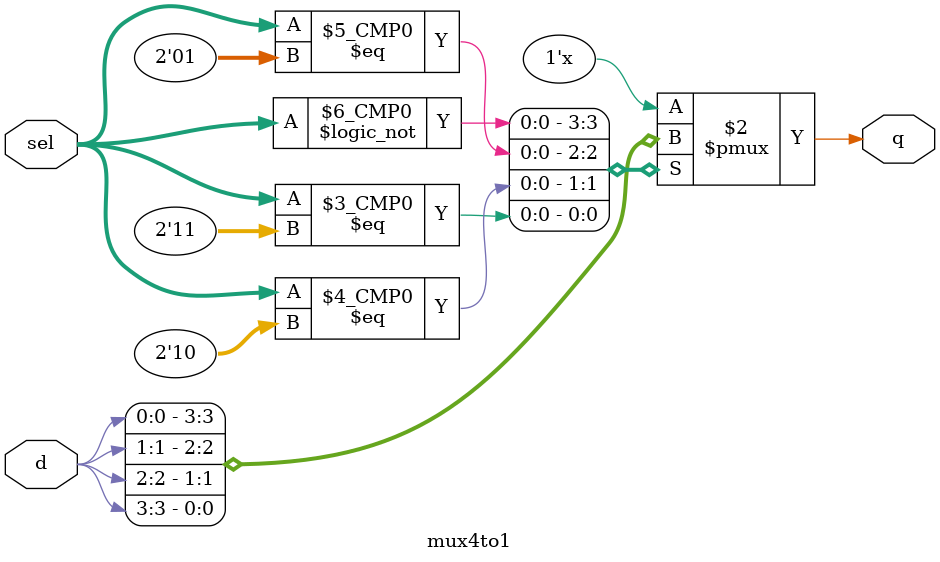
<source format=v>
`timescale 1ns / 1ps
module mux4to1(d, sel, q);
	input [3:0] d; 		// the 4 different inputs
	input [1:0] sel;		// represents the mode
	output reg q;
	
	always @(*)
		case(sel)
			2'b00 : q = d[0];
			2'b01 : q = d[1];
			2'b10 : q = d[2];
			2'b11 : q = d[3];
			default : q = 1'bx; // dont care
		endcase

endmodule

</source>
